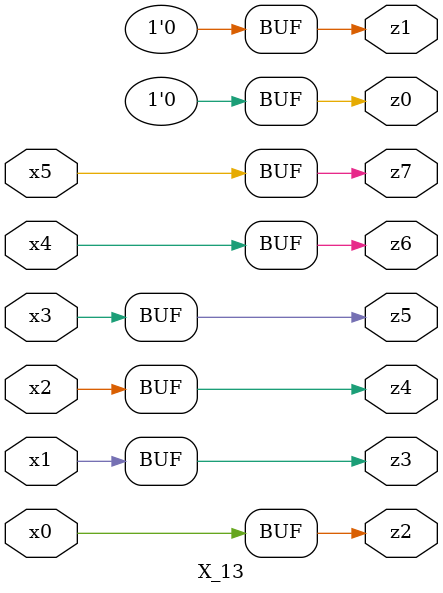
<source format=v>

module X_13 ( 
    x0, x1, x2, x3, x4, x5,
    z0, z1, z2, z3, z4, z5, z6, z7  );
  input  x0, x1, x2, x3, x4, x5;
  output z0, z1, z2, z3, z4, z5, z6, z7;
  assign z0 = 1'b0;
  assign z1 = 1'b0;
  assign z2 = x0;
  assign z3 = x1;
  assign z4 = x2;
  assign z5 = x3;
  assign z6 = x4;
  assign z7 = x5;
endmodule



</source>
